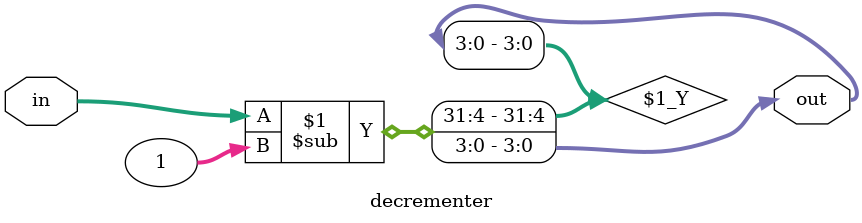
<source format=v>
module decrementer(input [3:0] in, output [3:0] out);
assign out = in - 1;
endmodule
</source>
